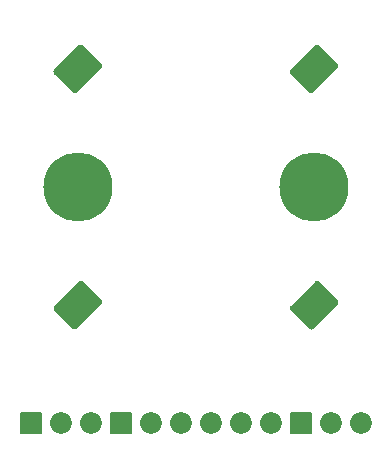
<source format=gbs>
%TF.GenerationSoftware,KiCad,Pcbnew,5.99.0-unknown-652a59b78~104~ubuntu20.04.1*%
%TF.CreationDate,2020-09-21T15:47:38+02:00*%
%TF.ProjectId,LEDBoard_4x4_16bit,4c454442-6f61-4726-945f-3478345f3136,4.0.0*%
%TF.SameCoordinates,Original*%
%TF.FileFunction,Soldermask,Bot*%
%TF.FilePolarity,Negative*%
%FSLAX46Y46*%
G04 Gerber Fmt 4.6, Leading zero omitted, Abs format (unit mm)*
G04 Created by KiCad (PCBNEW 5.99.0-unknown-652a59b78~104~ubuntu20.04.1) date 2020-09-21 15:47:38*
%MOMM*%
%LPD*%
G01*
G04 APERTURE LIST*
%ADD10O,1.850000X1.850000*%
%ADD11C,5.850000*%
G04 APERTURE END LIST*
D10*
%TO.C,J2*%
X76350000Y-88000000D03*
X73810000Y-88000000D03*
X71270000Y-88000000D03*
X68730000Y-88000000D03*
X66190000Y-88000000D03*
G36*
G01*
X62800000Y-87075000D02*
X64500000Y-87075000D01*
G75*
G02*
X64575000Y-87150000I0J-75000D01*
G01*
X64575000Y-88850000D01*
G75*
G02*
X64500000Y-88925000I-75000J0D01*
G01*
X62800000Y-88925000D01*
G75*
G02*
X62725000Y-88850000I0J75000D01*
G01*
X62725000Y-87150000D01*
G75*
G02*
X62800000Y-87075000I75000J0D01*
G01*
G37*
%TD*%
%TO.C,J1*%
X61110000Y-88000000D03*
X58570000Y-88000000D03*
G36*
G01*
X55180000Y-87075000D02*
X56880000Y-87075000D01*
G75*
G02*
X56955000Y-87150000I0J-75000D01*
G01*
X56955000Y-88850000D01*
G75*
G02*
X56880000Y-88925000I-75000J0D01*
G01*
X55180000Y-88925000D01*
G75*
G02*
X55105000Y-88850000I0J75000D01*
G01*
X55105000Y-87150000D01*
G75*
G02*
X55180000Y-87075000I75000J0D01*
G01*
G37*
%TD*%
%TO.C,J6*%
X83970000Y-88000000D03*
X81430000Y-88000000D03*
G36*
G01*
X78040000Y-87075000D02*
X79740000Y-87075000D01*
G75*
G02*
X79815000Y-87150000I0J-75000D01*
G01*
X79815000Y-88850000D01*
G75*
G02*
X79740000Y-88925000I-75000J0D01*
G01*
X78040000Y-88925000D01*
G75*
G02*
X77965000Y-88850000I0J75000D01*
G01*
X77965000Y-87150000D01*
G75*
G02*
X78040000Y-87075000I75000J0D01*
G01*
G37*
%TD*%
D11*
%TO.C,MK1*%
X60000000Y-68000000D03*
%TD*%
%TO.C,MK2*%
X80000000Y-68000000D03*
%TD*%
%TO.C,U1*%
G36*
G01*
X58009495Y-58045962D02*
X60045962Y-56009495D01*
G75*
G02*
X60434870Y-56009495I194454J-194454D01*
G01*
X61990505Y-57565130D01*
G75*
G02*
X61990505Y-57954038I-194454J-194454D01*
G01*
X59954038Y-59990505D01*
G75*
G02*
X59565130Y-59990505I-194454J194454D01*
G01*
X58009495Y-58434870D01*
G75*
G02*
X58009495Y-58045962I194454J194454D01*
G01*
G37*
%TD*%
%TO.C,U2*%
G36*
G01*
X78009495Y-58045962D02*
X80045962Y-56009495D01*
G75*
G02*
X80434870Y-56009495I194454J-194454D01*
G01*
X81990505Y-57565130D01*
G75*
G02*
X81990505Y-57954038I-194454J-194454D01*
G01*
X79954038Y-59990505D01*
G75*
G02*
X79565130Y-59990505I-194454J194454D01*
G01*
X78009495Y-58434870D01*
G75*
G02*
X78009495Y-58045962I194454J194454D01*
G01*
G37*
%TD*%
%TO.C,U3*%
G36*
G01*
X58009495Y-78045962D02*
X60045962Y-76009495D01*
G75*
G02*
X60434870Y-76009495I194454J-194454D01*
G01*
X61990505Y-77565130D01*
G75*
G02*
X61990505Y-77954038I-194454J-194454D01*
G01*
X59954038Y-79990505D01*
G75*
G02*
X59565130Y-79990505I-194454J194454D01*
G01*
X58009495Y-78434870D01*
G75*
G02*
X58009495Y-78045962I194454J194454D01*
G01*
G37*
%TD*%
%TO.C,U4*%
G36*
G01*
X78009495Y-78045962D02*
X80045962Y-76009495D01*
G75*
G02*
X80434870Y-76009495I194454J-194454D01*
G01*
X81990505Y-77565130D01*
G75*
G02*
X81990505Y-77954038I-194454J-194454D01*
G01*
X79954038Y-79990505D01*
G75*
G02*
X79565130Y-79990505I-194454J194454D01*
G01*
X78009495Y-78434870D01*
G75*
G02*
X78009495Y-78045962I194454J194454D01*
G01*
G37*
%TD*%
M02*

</source>
